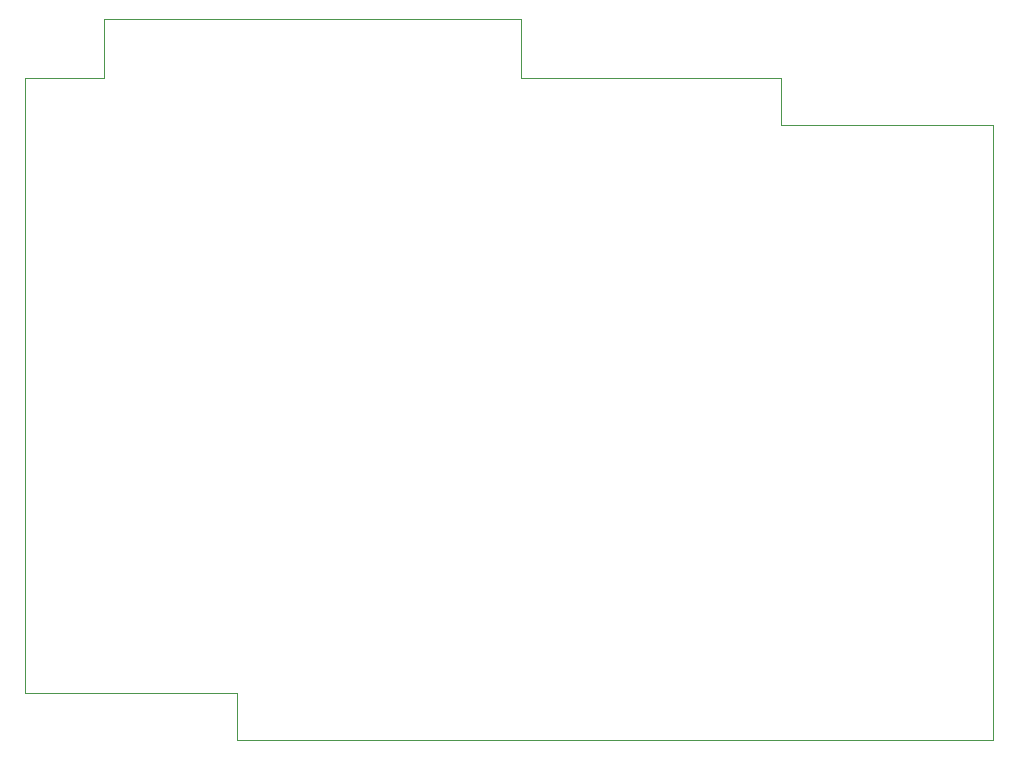
<source format=gko>
G04 Layer_Color=16711935*
%FSLAX24Y24*%
%MOIN*%
G70*
G01*
G75*
%ADD61C,0.0039*%
D61*
X39485Y25325D02*
X55233D01*
X30037D02*
X39485D01*
X25588Y47412D02*
Y49380D01*
X22950Y47412D02*
X25588D01*
X48147Y45837D02*
X55233D01*
X22950Y26900D02*
Y47412D01*
Y26900D02*
X30037D01*
Y25325D02*
Y26900D01*
X55233Y25325D02*
Y45837D01*
X39485Y47412D02*
Y49380D01*
Y47412D02*
X48147D01*
Y45837D02*
Y47412D01*
X25588Y49380D02*
X39485D01*
M02*

</source>
